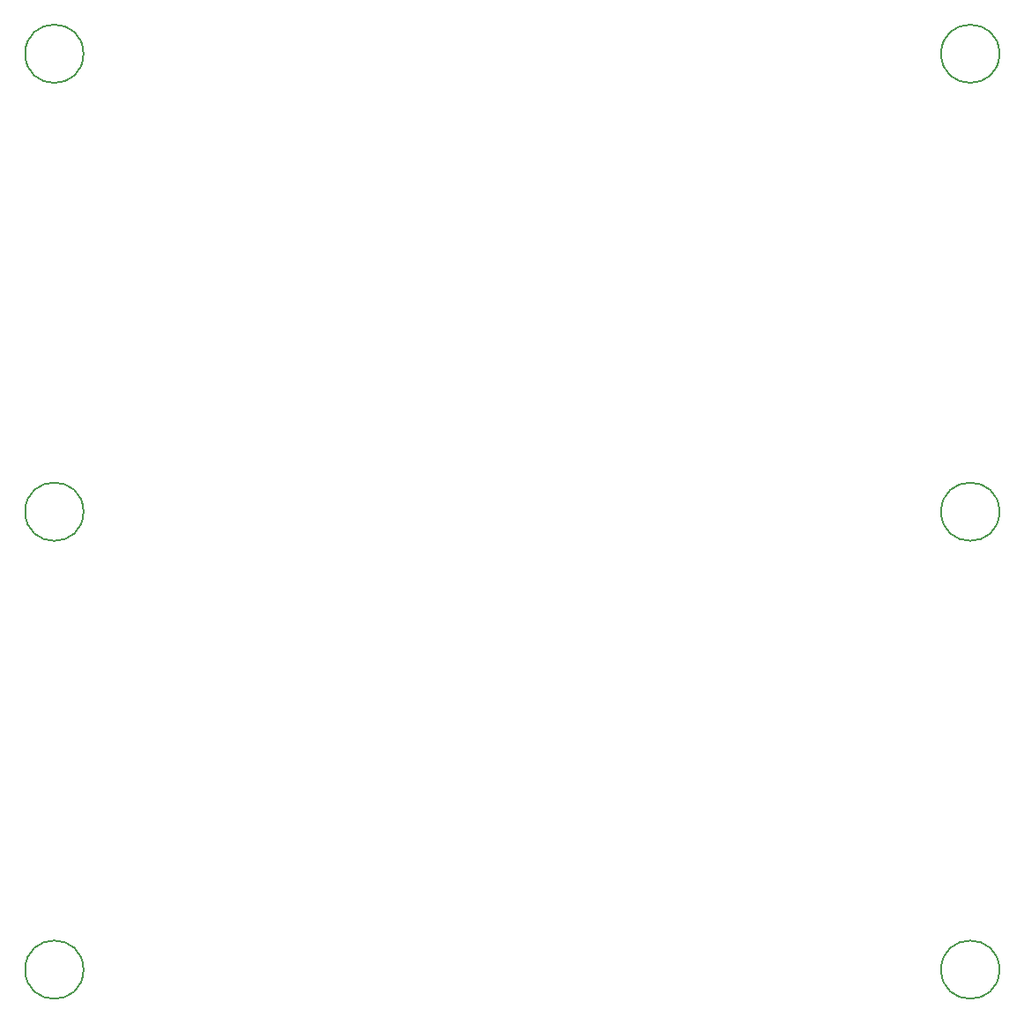
<source format=gbr>
%TF.GenerationSoftware,KiCad,Pcbnew,8.0.5*%
%TF.CreationDate,2024-11-15T14:38:43+00:00*%
%TF.ProjectId,HF PA Radio Interface,48462050-4120-4526-9164-696f20496e74,rev?*%
%TF.SameCoordinates,Original*%
%TF.FileFunction,Other,Comment*%
%FSLAX46Y46*%
G04 Gerber Fmt 4.6, Leading zero omitted, Abs format (unit mm)*
G04 Created by KiCad (PCBNEW 8.0.5) date 2024-11-15 14:38:43*
%MOMM*%
%LPD*%
G01*
G04 APERTURE LIST*
%ADD10C,0.150000*%
G04 APERTURE END LIST*
D10*
%TO.C,H2*%
X196800000Y-56000000D02*
G75*
G02*
X191200000Y-56000000I-2800000J0D01*
G01*
X191200000Y-56000000D02*
G75*
G02*
X196800000Y-56000000I2800000J0D01*
G01*
%TO.C,H6*%
X108800000Y-100000000D02*
G75*
G02*
X103200000Y-100000000I-2800000J0D01*
G01*
X103200000Y-100000000D02*
G75*
G02*
X108800000Y-100000000I2800000J0D01*
G01*
%TO.C,H3*%
X108800000Y-144000000D02*
G75*
G02*
X103200000Y-144000000I-2800000J0D01*
G01*
X103200000Y-144000000D02*
G75*
G02*
X108800000Y-144000000I2800000J0D01*
G01*
%TO.C,H5*%
X196800000Y-100000000D02*
G75*
G02*
X191200000Y-100000000I-2800000J0D01*
G01*
X191200000Y-100000000D02*
G75*
G02*
X196800000Y-100000000I2800000J0D01*
G01*
%TO.C,H1*%
X108800000Y-56000000D02*
G75*
G02*
X103200000Y-56000000I-2800000J0D01*
G01*
X103200000Y-56000000D02*
G75*
G02*
X108800000Y-56000000I2800000J0D01*
G01*
%TO.C,H4*%
X196800000Y-144000000D02*
G75*
G02*
X191200000Y-144000000I-2800000J0D01*
G01*
X191200000Y-144000000D02*
G75*
G02*
X196800000Y-144000000I2800000J0D01*
G01*
%TD*%
M02*

</source>
